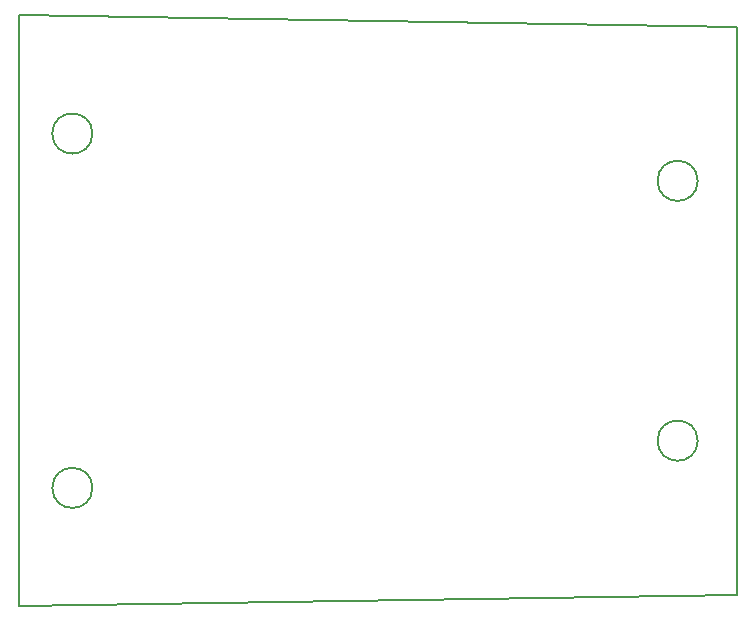
<source format=gbr>
%TF.GenerationSoftware,KiCad,Pcbnew,8.0.0-rc3*%
%TF.CreationDate,2024-02-21T00:17:18-08:00*%
%TF.ProjectId,hb100_horn_vertical_wall,68623130-305f-4686-9f72-6e5f76657274,rev?*%
%TF.SameCoordinates,Original*%
%TF.FileFunction,Profile,NP*%
%FSLAX46Y46*%
G04 Gerber Fmt 4.6, Leading zero omitted, Abs format (unit mm)*
G04 Created by KiCad (PCBNEW 8.0.0-rc3) date 2024-02-21 00:17:18*
%MOMM*%
%LPD*%
G01*
G04 APERTURE LIST*
%TA.AperFunction,Profile*%
%ADD10C,0.200000*%
%TD*%
G04 APERTURE END LIST*
D10*
X94199997Y-68443949D02*
G75*
G02*
X90800001Y-68443949I-1699998J0D01*
G01*
X90800001Y-68443949D02*
G75*
G02*
X94199997Y-68443949I1699998J0D01*
G01*
X97499998Y-33387894D02*
X36752572Y-32443948D01*
X97500000Y-81500000D02*
X97499998Y-33387894D01*
X36752571Y-82443948D02*
X97500000Y-81500000D01*
X42952572Y-72443947D02*
G75*
G02*
X39552572Y-72443947I-1700000J0D01*
G01*
X39552572Y-72443947D02*
G75*
G02*
X42952572Y-72443947I1700000J0D01*
G01*
X42952573Y-42443947D02*
G75*
G02*
X39552571Y-42443947I-1700001J0D01*
G01*
X39552571Y-42443947D02*
G75*
G02*
X42952573Y-42443947I1700001J0D01*
G01*
X36752572Y-32443948D02*
X36752571Y-82443948D01*
X94200001Y-46443947D02*
G75*
G02*
X90799999Y-46443947I-1700001J0D01*
G01*
X90799999Y-46443947D02*
G75*
G02*
X94200001Y-46443947I1700001J0D01*
G01*
M02*

</source>
